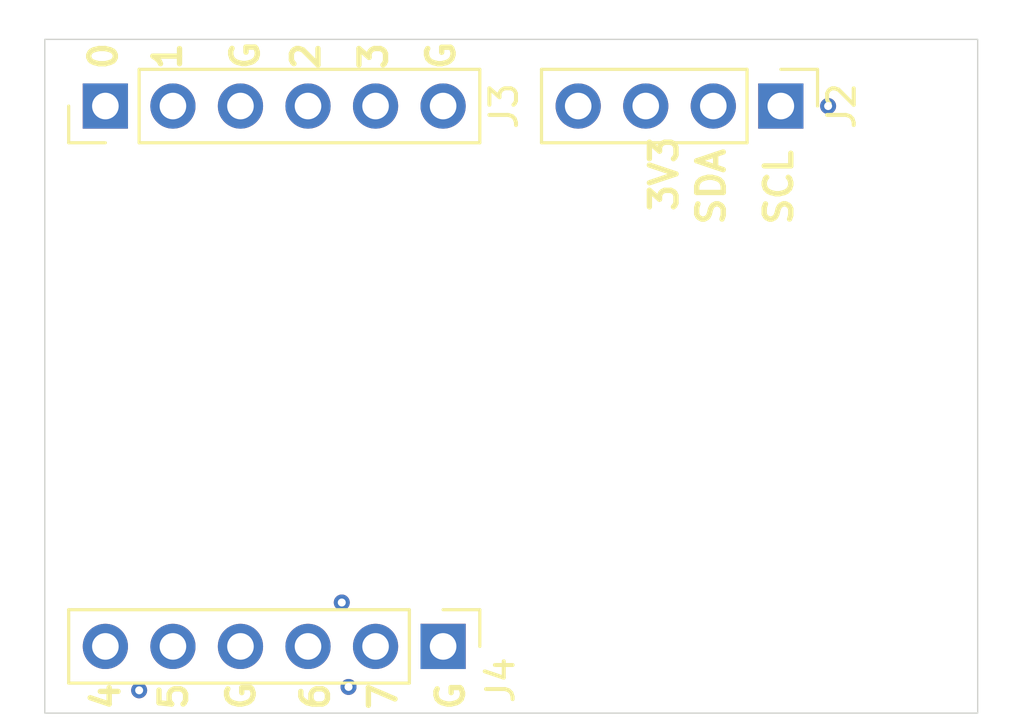
<source format=kicad_pcb>
(kicad_pcb (version 20241229) (generator "pcbnew") (generator_version "9.0")
  (layers (0 "F.Cu" signal) (4 "In1.Cu" signal) (6 "In2.Cu" signal) (2 "B.Cu" signal) (13 "F.Paste" user) (15 "B.Paste" user) (5 "F.SilkS" user "F.Silkscreen") (7 "B.SilkS" user "B.Silkscreen") (1 "F.Mask" user) (3 "B.Mask" user) (25 "Edge.Cuts" user))
  (net 0 "")
  (net 1 "GND")
  (net 2 "+3V3")
  (net 3 "/SDA")
  (net 4 "/SCL")
  (net 5 "/CLK2")
  (net 6 "/CLK3")
  (net 7 "/1{slash}RX90")
  (net 8 "/0{slash}RX0")
  (net 9 "/6{slash}CW")
  (net 10 "/4{slash}TX90")
  (net 11 "/CLK7")
  (net 12 "/5{slash}TX0")
  (footprint "Connector_PinHeader_2.54mm:PinHeader_1x06_P2.54mm_Vertical" (layer "F.Cu") (at 115.57 79.756 90)
    (property "Reference" "J3" (at 0 14.986 90) (layer "F.SilkS"))
    (property "Value" "pin header" (hide yes))
    (fp_line (start -1.38 -1.38) (end 0 -1.38) (stroke (width 0.12)) (layer "F.SilkS"))
    (fp_line (start -1.38 0) (end -1.38 -1.38) (stroke (width 0.12)) (layer "F.SilkS"))
    (fp_line (start 1.38 1.27) (end 1.38 14.08) (stroke (width 0.12)) (layer "F.SilkS"))
    (fp_line (start -1.38 1.27) (end 1.38 1.27) (stroke (width 0.12)) (layer "F.SilkS"))
    (fp_line (start -1.38 1.27) (end -1.38 14.08) (stroke (width 0.12)) (layer "F.SilkS"))
    (fp_line (start -1.38 14.08) (end 1.38 14.08) (stroke (width 0.12)) (layer "F.SilkS"))
    (pad "1" thru_hole rect (at 0 0 90) (size 1.7 1.7) (drill 1) (layers "*.Cu" "*.Mask") (net 8 "/0{slash}RX0"))
    (pad "2" thru_hole circle (at 0 2.54 90) (size 1.7 1.7) (drill 1) (layers "*.Cu" "*.Mask") (net 7 "/1{slash}RX90"))
    (pad "3" thru_hole circle (at 0 5.08 90) (size 1.7 1.7) (drill 1) (layers "*.Cu" "*.Mask") (net 1 "GND"))
    (pad "4" thru_hole circle (at 0 7.62 90) (size 1.7 1.7) (drill 1) (layers "*.Cu" "*.Mask") (net 5 "/CLK2"))
    (pad "5" thru_hole circle (at 0 10.16 90) (size 1.7 1.7) (drill 1) (layers "*.Cu" "*.Mask") (net 6 "/CLK3"))
    (pad "6" thru_hole circle (at 0 12.7 90) (size 1.7 1.7) (drill 1) (layers "*.Cu" "*.Mask") (net 1 "GND"))
  )
  (footprint "MountingHole:MountingHole_2.2mm_M2_DIN965" (layer "F.Cu") (at 146.05 79.756)
    (property "Reference" "H1" (hide yes))
    (property "Value" "MountingHole" (hide yes))
    (pad "" np_thru_hole circle (at 0 0) (size 2.2 2.2) (drill 2.2) (layers "*.Cu" "*.Mask"))
  )
  (footprint "Connector_PinHeader_2.54mm:PinHeader_1x06_P2.54mm_Vertical" (layer "F.Cu") (at 128.27 100.076 -90)
    (property "Reference" "J4" (at 1.27 -2.159 90) (layer "F.SilkS"))
    (property "Value" "pin header" (hide yes))
    (fp_line (start -1.38 14.08) (end 1.38 14.08) (stroke (width 0.12)) (layer "F.SilkS"))
    (fp_line (start -1.38 1.27) (end -1.38 14.08) (stroke (width 0.12)) (layer "F.SilkS"))
    (fp_line (start -1.38 1.27) (end 1.38 1.27) (stroke (width 0.12)) (layer "F.SilkS"))
    (fp_line (start 1.38 1.27) (end 1.38 14.08) (stroke (width 0.12)) (layer "F.SilkS"))
    (fp_line (start -1.38 0) (end -1.38 -1.38) (stroke (width 0.12)) (layer "F.SilkS"))
    (fp_line (start -1.38 -1.38) (end 0 -1.38) (stroke (width 0.12)) (layer "F.SilkS"))
    (pad "1" thru_hole rect (at 0 0 270) (size 1.7 1.7) (drill 1) (layers "*.Cu" "*.Mask") (net 1 "GND"))
    (pad "2" thru_hole circle (at 0 2.54 270) (size 1.7 1.7) (drill 1) (layers "*.Cu" "*.Mask") (net 11 "/CLK7"))
    (pad "3" thru_hole circle (at 0 5.08 270) (size 1.7 1.7) (drill 1) (layers "*.Cu" "*.Mask") (net 9 "/6{slash}CW"))
    (pad "4" thru_hole circle (at 0 7.62 270) (size 1.7 1.7) (drill 1) (layers "*.Cu" "*.Mask") (net 1 "GND"))
    (pad "5" thru_hole circle (at 0 10.16 270) (size 1.7 1.7) (drill 1) (layers "*.Cu" "*.Mask") (net 12 "/5{slash}TX0"))
    (pad "6" thru_hole circle (at 0 12.7 270) (size 1.7 1.7) (drill 1) (layers "*.Cu" "*.Mask") (net 10 "/4{slash}TX90"))
  )
  (footprint "MountingHole:MountingHole_2.2mm_M2_DIN965" (layer "F.Cu") (at 146.05 100.076)
    (property "Reference" "H2" (hide yes))
    (property "Value" "MountingHole" (hide yes))
    (pad "" np_thru_hole circle (at 0 0) (size 2.2 2.2) (drill 2.2) (layers "*.Cu" "*.Mask"))
  )
  (footprint "Connector_PinHeader_2.54mm:PinHeader_1x04_P2.54mm_Vertical" (layer "F.Cu") (at 140.97 79.756 -90)
    (property "Reference" "J2" (at 0 -2.286 90) (layer "F.SilkS"))
    (property "Value" "pin header" (hide yes))
    (fp_line (start -1.379999 9) (end 1.379999 9) (stroke (width 0.12)) (layer "F.SilkS"))
    (fp_line (start -1.38 1.27) (end -1.379999 9) (stroke (width 0.12)) (layer "F.SilkS"))
    (fp_line (start -1.38 1.27) (end 1.38 1.27) (stroke (width 0.12)) (layer "F.SilkS"))
    (fp_line (start 1.38 1.27) (end 1.379999 9) (stroke (width 0.12)) (layer "F.SilkS"))
    (fp_line (start -1.379999 0) (end -1.38 -1.38) (stroke (width 0.12)) (layer "F.SilkS"))
    (fp_line (start -1.38 -1.38) (end 0 -1.379999) (stroke (width 0.12)) (layer "F.SilkS"))
    (pad "1" thru_hole rect (at 0 0 270) (size 1.7 1.7) (drill 1) (layers "*.Cu" "*.Mask") (net 4 "/SCL"))
    (pad "2" thru_hole circle (at 0 2.54 270) (size 1.7 1.7) (drill 1) (layers "*.Cu" "*.Mask") (net 3 "/SDA"))
    (pad "3" thru_hole circle (at 0 5.079999 270) (size 1.7 1.7) (drill 1) (layers "*.Cu" "*.Mask") (net 2 "+3V3"))
    (pad "4" thru_hole circle (at 0 7.62 270) (size 1.7 1.7) (drill 1) (layers "*.Cu" "*.Mask") (net 1 "GND"))
  )
  (gr_rect (start 113.292 77.249) (end 148.372 102.583) (stroke (width 0.05)) (fill no) (layer "Edge.Cuts"))
  (gr_text "1" (at 118.491 78.486 90) (layer "F.SilkS") (effects (font (size 1 1) (thickness 0.2) (bold yes)) (justify left bottom)))
  (gr_text "SCL" (at 141.478 84.328 90) (layer "F.SilkS") (effects (font (size 1 1) (thickness 0.2) (bold yes)) (justify left bottom)))
  (gr_text "G" (at 121.2596 102.5652 90) (layer "F.SilkS") (effects (font (size 1 1) (thickness 0.2) (bold yes)) (justify left bottom)))
  (gr_text "3V3" (at 137.16 83.82 90) (layer "F.SilkS") (effects (font (size 1 1) (thickness 0.2) (bold yes)) (justify left bottom)))
  (gr_text "3" (at 126.238 78.486 90) (layer "F.SilkS") (effects (font (size 1 1) (thickness 0.2) (bold yes)) (justify left bottom)))
  (gr_text "7" (at 126.5936 102.5652 90) (layer "F.SilkS") (effects (font (size 1 1) (thickness 0.2) (bold yes)) (justify left bottom)))
  (gr_text "5" (at 118.7196 102.5652 90) (layer "F.SilkS") (effects (font (size 1 1) (thickness 0.2) (bold yes)) (justify left bottom)))
  (gr_text "0" (at 116.078 78.486 90) (layer "F.SilkS") (effects (font (size 1 1) (thickness 0.2) (bold yes)) (justify left bottom)))
  (gr_text "2" (at 123.698 78.486 90) (layer "F.SilkS") (effects (font (size 1 1) (thickness 0.2) (bold yes)) (justify left bottom)))
  (gr_text "6" (at 124.0536 102.5652 90) (layer "F.SilkS") (effects (font (size 1 1) (thickness 0.2) (bold yes)) (justify left bottom)))
  (gr_text "G" (at 121.418679 78.479319 90) (layer "F.SilkS") (effects (font (size 1 1) (thickness 0.2) (bold yes)) (justify left bottom)))
  (gr_text "G" (at 129.1336 102.5652 90) (layer "F.SilkS") (effects (font (size 1 1) (thickness 0.2) (bold yes)) (justify left bottom)))
  (gr_text "G" (at 128.778 78.486 90) (layer "F.SilkS") (effects (font (size 1 1) (thickness 0.2) (bold yes)) (justify left bottom)))
  (gr_text "4" (at 116.1796 102.5652 90) (layer "F.SilkS") (effects (font (size 1 1) (thickness 0.2) (bold yes)) (justify left bottom)))
  (gr_text "SDA" (at 138.938 84.328 90) (layer "F.SilkS") (effects (font (size 1 1) (thickness 0.2) (bold yes)) (justify left bottom)))
  (via (at 124.714 101.6) (size 0.6) (drill 0.3) (layers "F.Cu" "B.Cu") (net 1))
  (via (at 142.748 79.756) (size 0.6) (drill 0.3) (layers "F.Cu" "B.Cu") (net 1))
  (via (at 124.46 98.425) (size 0.6) (drill 0.3) (layers "F.Cu" "B.Cu") (net 1))
  (via (at 116.84 101.727) (size 0.6) (drill 0.3) (layers "F.Cu" "B.Cu") (net 1))
  (segment (start 118.11 79.248) (end 118.11 79.9592) (width 0.2) (layer "F.Cu") (net 7))
  (segment (start 114.969 79.849) (end 115.57 79.248) (width 0.2) (layer "F.Cu") (net 8))
)
</source>
